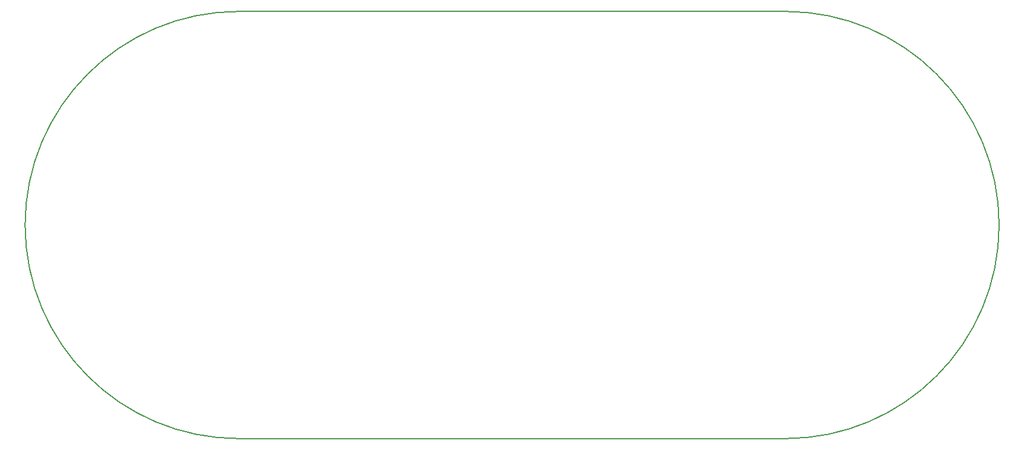
<source format=gbr>
G04 #@! TF.GenerationSoftware,KiCad,Pcbnew,(5.0.2)-1*
G04 #@! TF.CreationDate,2019-10-01T23:20:30-04:00*
G04 #@! TF.ProjectId,gamepad,67616d65-7061-4642-9e6b-696361645f70,rev?*
G04 #@! TF.SameCoordinates,Original*
G04 #@! TF.FileFunction,Profile,NP*
%FSLAX46Y46*%
G04 Gerber Fmt 4.6, Leading zero omitted, Abs format (unit mm)*
G04 Created by KiCad (PCBNEW (5.0.2)-1) date 10/1/2019 11:20:30 PM*
%MOMM*%
%LPD*%
G01*
G04 APERTURE LIST*
%ADD10C,0.200000*%
G04 APERTURE END LIST*
D10*
X96979139Y-64500007D02*
G75*
G03X97000000Y-125500000I20861J-30499993D01*
G01*
X175020861Y-64500007D02*
G75*
G02X175000000Y-125500000I-20861J-30499993D01*
G01*
X96979136Y-64495910D02*
X174979136Y-64495910D01*
X175000000Y-125500000D02*
X97000000Y-125500000D01*
M02*

</source>
